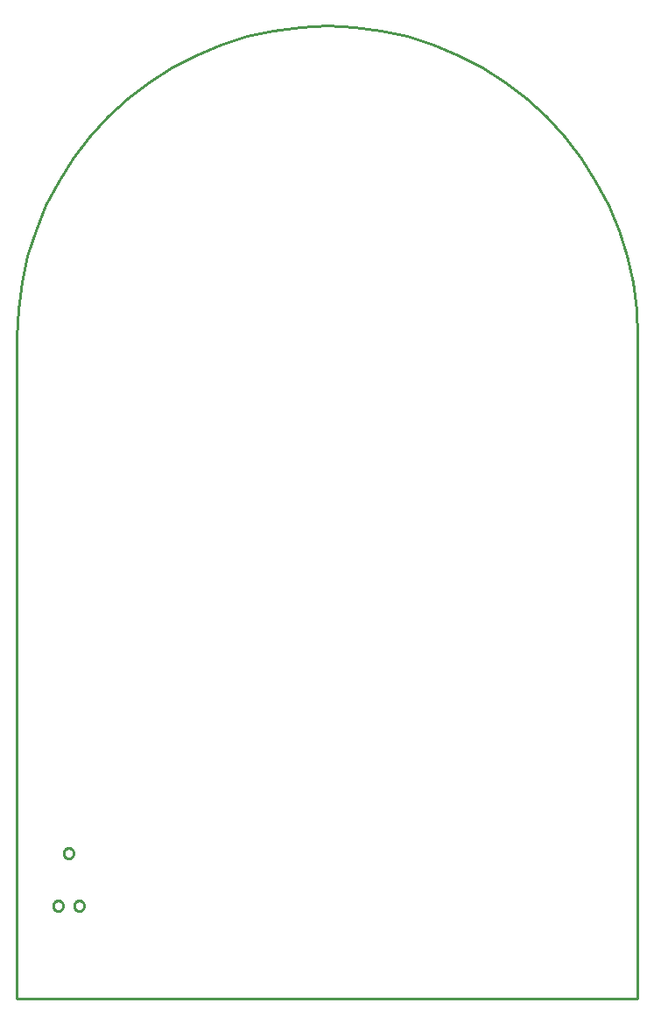
<source format=gko>
G04 EAGLE Gerber RS-274X export*
G75*
%MOMM*%
%FSLAX34Y34*%
%LPD*%
%IN*%
%IPPOS*%
%AMOC8*
5,1,8,0,0,1.08239X$1,22.5*%
G01*
%ADD10C,0.254000*%


D10*
X0Y0D02*
X600000Y0D01*
X600000Y640000D01*
X598858Y666147D01*
X595442Y692094D01*
X589778Y717646D01*
X581908Y742606D01*
X571892Y766785D01*
X559808Y790000D01*
X545746Y812073D01*
X529813Y832836D01*
X512132Y852132D01*
X492836Y869813D01*
X472073Y885746D01*
X450000Y899808D01*
X426785Y911892D01*
X402606Y921908D01*
X377646Y929778D01*
X352094Y935442D01*
X326147Y938858D01*
X300000Y940000D01*
X273853Y938858D01*
X247906Y935442D01*
X222354Y929778D01*
X197394Y921908D01*
X173215Y911892D01*
X150000Y899808D01*
X127927Y885746D01*
X107164Y869813D01*
X87868Y852132D01*
X70187Y832836D01*
X54254Y812073D01*
X40192Y790000D01*
X28108Y766785D01*
X18092Y742606D01*
X10222Y717646D01*
X4558Y692094D01*
X1142Y666147D01*
X0Y640000D01*
X0Y0D01*
X49722Y135197D02*
X49169Y135259D01*
X48627Y135383D01*
X48102Y135567D01*
X47600Y135808D01*
X47129Y136104D01*
X46694Y136451D01*
X46301Y136844D01*
X45954Y137279D01*
X45658Y137750D01*
X45417Y138252D01*
X45233Y138777D01*
X45109Y139319D01*
X45047Y139872D01*
X45047Y140428D01*
X45109Y140981D01*
X45233Y141523D01*
X45417Y142048D01*
X45658Y142550D01*
X45954Y143021D01*
X46301Y143456D01*
X46694Y143849D01*
X47129Y144196D01*
X47600Y144492D01*
X48102Y144733D01*
X48627Y144917D01*
X49169Y145041D01*
X49722Y145103D01*
X50278Y145103D01*
X50831Y145041D01*
X51373Y144917D01*
X51898Y144733D01*
X52400Y144492D01*
X52871Y144196D01*
X53306Y143849D01*
X53699Y143456D01*
X54046Y143021D01*
X54342Y142550D01*
X54583Y142048D01*
X54767Y141523D01*
X54891Y140981D01*
X54953Y140428D01*
X54953Y139872D01*
X54891Y139319D01*
X54767Y138777D01*
X54583Y138252D01*
X54342Y137750D01*
X54046Y137279D01*
X53699Y136844D01*
X53306Y136451D01*
X52871Y136104D01*
X52400Y135808D01*
X51898Y135567D01*
X51373Y135383D01*
X50831Y135259D01*
X50278Y135197D01*
X49722Y135197D01*
X59882Y84397D02*
X59329Y84459D01*
X58787Y84583D01*
X58262Y84767D01*
X57760Y85008D01*
X57289Y85304D01*
X56854Y85651D01*
X56461Y86044D01*
X56114Y86479D01*
X55818Y86950D01*
X55577Y87452D01*
X55393Y87977D01*
X55269Y88519D01*
X55207Y89072D01*
X55207Y89628D01*
X55269Y90181D01*
X55393Y90723D01*
X55577Y91248D01*
X55818Y91750D01*
X56114Y92221D01*
X56461Y92656D01*
X56854Y93049D01*
X57289Y93396D01*
X57760Y93692D01*
X58262Y93933D01*
X58787Y94117D01*
X59329Y94241D01*
X59882Y94303D01*
X60438Y94303D01*
X60991Y94241D01*
X61533Y94117D01*
X62058Y93933D01*
X62560Y93692D01*
X63031Y93396D01*
X63466Y93049D01*
X63859Y92656D01*
X64206Y92221D01*
X64502Y91750D01*
X64743Y91248D01*
X64927Y90723D01*
X65051Y90181D01*
X65113Y89628D01*
X65113Y89072D01*
X65051Y88519D01*
X64927Y87977D01*
X64743Y87452D01*
X64502Y86950D01*
X64206Y86479D01*
X63859Y86044D01*
X63466Y85651D01*
X63031Y85304D01*
X62560Y85008D01*
X62058Y84767D01*
X61533Y84583D01*
X60991Y84459D01*
X60438Y84397D01*
X59882Y84397D01*
X39562Y84397D02*
X39009Y84459D01*
X38467Y84583D01*
X37942Y84767D01*
X37440Y85008D01*
X36969Y85304D01*
X36534Y85651D01*
X36141Y86044D01*
X35794Y86479D01*
X35498Y86950D01*
X35257Y87452D01*
X35073Y87977D01*
X34949Y88519D01*
X34887Y89072D01*
X34887Y89628D01*
X34949Y90181D01*
X35073Y90723D01*
X35257Y91248D01*
X35498Y91750D01*
X35794Y92221D01*
X36141Y92656D01*
X36534Y93049D01*
X36969Y93396D01*
X37440Y93692D01*
X37942Y93933D01*
X38467Y94117D01*
X39009Y94241D01*
X39562Y94303D01*
X40118Y94303D01*
X40671Y94241D01*
X41213Y94117D01*
X41738Y93933D01*
X42240Y93692D01*
X42711Y93396D01*
X43146Y93049D01*
X43539Y92656D01*
X43886Y92221D01*
X44182Y91750D01*
X44423Y91248D01*
X44607Y90723D01*
X44731Y90181D01*
X44793Y89628D01*
X44793Y89072D01*
X44731Y88519D01*
X44607Y87977D01*
X44423Y87452D01*
X44182Y86950D01*
X43886Y86479D01*
X43539Y86044D01*
X43146Y85651D01*
X42711Y85304D01*
X42240Y85008D01*
X41738Y84767D01*
X41213Y84583D01*
X40671Y84459D01*
X40118Y84397D01*
X39562Y84397D01*
M02*

</source>
